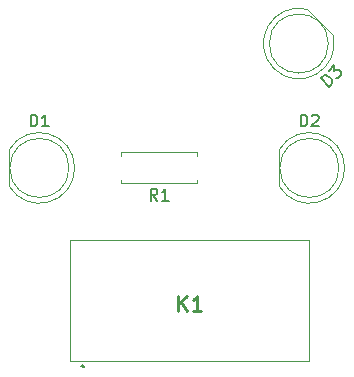
<source format=gbr>
%TF.GenerationSoftware,KiCad,Pcbnew,5.1.9*%
%TF.CreationDate,2021-04-10T23:13:33+02:00*%
%TF.ProjectId,Weichensimultor,57656963-6865-46e7-9369-6d756c746f72,rev?*%
%TF.SameCoordinates,Original*%
%TF.FileFunction,Legend,Top*%
%TF.FilePolarity,Positive*%
%FSLAX46Y46*%
G04 Gerber Fmt 4.6, Leading zero omitted, Abs format (unit mm)*
G04 Created by KiCad (PCBNEW 5.1.9) date 2021-04-10 23:13:33*
%MOMM*%
%LPD*%
G01*
G04 APERTURE LIST*
%ADD10C,0.120000*%
%ADD11C,0.100000*%
%ADD12C,0.200000*%
%ADD13C,0.150000*%
%ADD14C,0.254000*%
G04 APERTURE END LIST*
D10*
%TO.C,D1*%
X125690000Y-106680000D02*
G75*
G03*
X125690000Y-106680000I-2500000J0D01*
G01*
X120630000Y-105135000D02*
X120630000Y-108225000D01*
X126180000Y-106679538D02*
G75*
G02*
X120630000Y-108224830I-2990000J-462D01*
G01*
X126180000Y-106680462D02*
G75*
G03*
X120630000Y-105135170I-2990000J462D01*
G01*
%TO.C,D2*%
X143490000Y-105135000D02*
X143490000Y-108225000D01*
X148550000Y-106680000D02*
G75*
G03*
X148550000Y-106680000I-2500000J0D01*
G01*
X149040000Y-106680462D02*
G75*
G03*
X143490000Y-105135170I-2990000J462D01*
G01*
X149040000Y-106679538D02*
G75*
G02*
X143490000Y-108224830I-2990000J-462D01*
G01*
%TO.C,D3*%
X147651974Y-96148026D02*
G75*
G03*
X147651974Y-96148026I-2500000J0D01*
G01*
X148054648Y-95430312D02*
X145869688Y-93245352D01*
X143038050Y-98262602D02*
G75*
G02*
X145869808Y-93245472I2113924J2114576D01*
G01*
X143037398Y-98261950D02*
G75*
G03*
X148054528Y-95430192I2114576J2113924D01*
G01*
D11*
%TO.C,K1*%
X125800000Y-123010001D02*
X146000000Y-123010001D01*
X146000000Y-123010001D02*
X146000000Y-112810001D01*
X146000000Y-112810001D02*
X125800000Y-112810001D01*
X125800000Y-112810001D02*
X125800000Y-123010001D01*
D12*
X126900000Y-123520001D02*
X126900000Y-123520001D01*
X127000000Y-123520001D02*
X127000000Y-123520001D01*
X126900000Y-123520001D02*
X126900000Y-123520001D01*
X126800000Y-123520001D02*
G75*
G02*
X126900000Y-123520001I50000J0D01*
G01*
X126700000Y-123520001D02*
G75*
G02*
X127000000Y-123520001I150000J0D01*
G01*
X126800000Y-123520001D02*
G75*
G02*
X126900000Y-123520001I50000J0D01*
G01*
D10*
%TO.C,R1*%
X136560000Y-107660000D02*
X136560000Y-107990000D01*
X136560000Y-107990000D02*
X130140000Y-107990000D01*
X130140000Y-107990000D02*
X130140000Y-107660000D01*
X136560000Y-105700000D02*
X136560000Y-105370000D01*
X136560000Y-105370000D02*
X130140000Y-105370000D01*
X130140000Y-105370000D02*
X130140000Y-105700000D01*
%TO.C,D1*%
D13*
X122451904Y-103172380D02*
X122451904Y-102172380D01*
X122690000Y-102172380D01*
X122832857Y-102220000D01*
X122928095Y-102315238D01*
X122975714Y-102410476D01*
X123023333Y-102600952D01*
X123023333Y-102743809D01*
X122975714Y-102934285D01*
X122928095Y-103029523D01*
X122832857Y-103124761D01*
X122690000Y-103172380D01*
X122451904Y-103172380D01*
X123975714Y-103172380D02*
X123404285Y-103172380D01*
X123690000Y-103172380D02*
X123690000Y-102172380D01*
X123594761Y-102315238D01*
X123499523Y-102410476D01*
X123404285Y-102458095D01*
%TO.C,D2*%
X145311904Y-103172380D02*
X145311904Y-102172380D01*
X145550000Y-102172380D01*
X145692857Y-102220000D01*
X145788095Y-102315238D01*
X145835714Y-102410476D01*
X145883333Y-102600952D01*
X145883333Y-102743809D01*
X145835714Y-102934285D01*
X145788095Y-103029523D01*
X145692857Y-103124761D01*
X145550000Y-103172380D01*
X145311904Y-103172380D01*
X146264285Y-102267619D02*
X146311904Y-102220000D01*
X146407142Y-102172380D01*
X146645238Y-102172380D01*
X146740476Y-102220000D01*
X146788095Y-102267619D01*
X146835714Y-102362857D01*
X146835714Y-102458095D01*
X146788095Y-102600952D01*
X146216666Y-103172380D01*
X146835714Y-103172380D01*
%TO.C,D3*%
X147750086Y-99789961D02*
X147042979Y-99082855D01*
X147211338Y-98914496D01*
X147346025Y-98847152D01*
X147480712Y-98847152D01*
X147581727Y-98880824D01*
X147750086Y-98981839D01*
X147851101Y-99082855D01*
X147952117Y-99251213D01*
X147985788Y-99352229D01*
X147985788Y-99486916D01*
X147918445Y-99621603D01*
X147750086Y-99789961D01*
X147682742Y-98443091D02*
X148120475Y-98005358D01*
X148154147Y-98510435D01*
X148255162Y-98409419D01*
X148356178Y-98375748D01*
X148423521Y-98375748D01*
X148524536Y-98409419D01*
X148692895Y-98577778D01*
X148726567Y-98678793D01*
X148726567Y-98746137D01*
X148692895Y-98847152D01*
X148490865Y-99049183D01*
X148389849Y-99082855D01*
X148322506Y-99082855D01*
%TO.C,K1*%
D14*
X134962619Y-118764524D02*
X134962619Y-117494524D01*
X135688333Y-118764524D02*
X135144047Y-118038810D01*
X135688333Y-117494524D02*
X134962619Y-118220239D01*
X136897857Y-118764524D02*
X136172142Y-118764524D01*
X136535000Y-118764524D02*
X136535000Y-117494524D01*
X136414047Y-117675953D01*
X136293095Y-117796905D01*
X136172142Y-117857381D01*
%TO.C,R1*%
D13*
X133183333Y-109442380D02*
X132850000Y-108966190D01*
X132611904Y-109442380D02*
X132611904Y-108442380D01*
X132992857Y-108442380D01*
X133088095Y-108490000D01*
X133135714Y-108537619D01*
X133183333Y-108632857D01*
X133183333Y-108775714D01*
X133135714Y-108870952D01*
X133088095Y-108918571D01*
X132992857Y-108966190D01*
X132611904Y-108966190D01*
X134135714Y-109442380D02*
X133564285Y-109442380D01*
X133850000Y-109442380D02*
X133850000Y-108442380D01*
X133754761Y-108585238D01*
X133659523Y-108680476D01*
X133564285Y-108728095D01*
%TD*%
M02*

</source>
